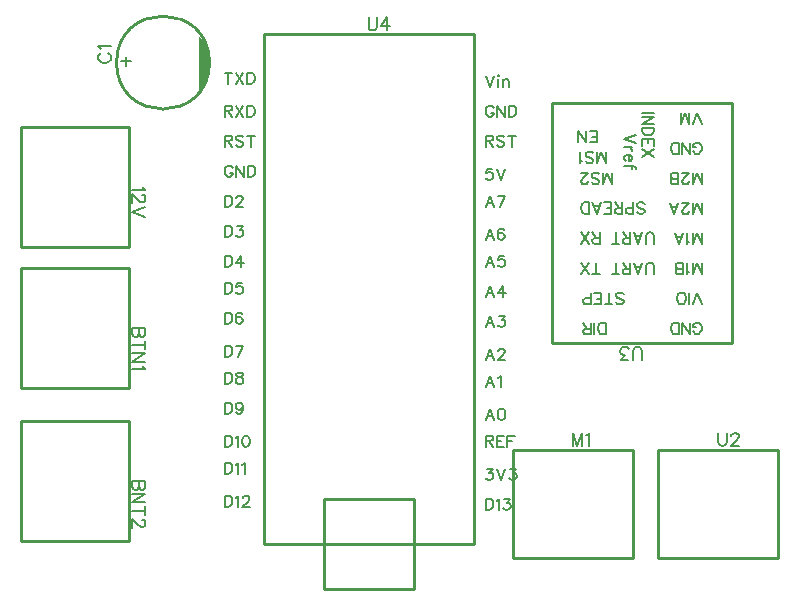
<source format=gto>
G04 Layer: TopSilkLayer*
G04 EasyEDA v6.4.17, 2021-03-20T19:28:22--4:00*
G04 7650886d5ba747c7849dacbd900289a7,4cc6b0da07df45819412c628e5a569e9,10*
G04 Gerber Generator version 0.2*
G04 Scale: 100 percent, Rotated: No, Reflected: No *
G04 Dimensions in millimeters *
G04 leading zeros omitted , absolute positions ,4 integer and 5 decimal *
%FSLAX45Y45*%
%MOMM*%

%ADD10C,0.2540*%
%ADD17C,0.1524*%
%ADD18C,0.2032*%

%LPD*%
D17*
X6134100Y3097784D02*
G01*
X6134100Y3175762D01*
X6129020Y3191255D01*
X6118606Y3201670D01*
X6102858Y3206750D01*
X6092443Y3206750D01*
X6076950Y3201670D01*
X6066536Y3191255D01*
X6061456Y3175762D01*
X6061456Y3097784D01*
X6016752Y3097784D02*
G01*
X5959602Y3097784D01*
X5990590Y3139439D01*
X5975095Y3139439D01*
X5964681Y3144520D01*
X5959602Y3149600D01*
X5954268Y3165347D01*
X5954268Y3175762D01*
X5959602Y3191255D01*
X5970015Y3201670D01*
X5985509Y3206750D01*
X6001004Y3206750D01*
X6016752Y3201670D01*
X6021831Y3196589D01*
X6027165Y3186176D01*
D18*
X6574027Y3337557D02*
G01*
X6578345Y3328413D01*
X6587490Y3319269D01*
X6596634Y3314697D01*
X6614922Y3314697D01*
X6623811Y3319269D01*
X6632956Y3328413D01*
X6637527Y3337557D01*
X6642100Y3351019D01*
X6642100Y3373879D01*
X6637527Y3387595D01*
X6632956Y3396485D01*
X6623811Y3405629D01*
X6614922Y3410201D01*
X6596634Y3410201D01*
X6587490Y3405629D01*
X6578345Y3396485D01*
X6574027Y3387595D01*
X6574027Y3373879D01*
X6596634Y3373879D02*
G01*
X6574027Y3373879D01*
X6543802Y3314697D02*
G01*
X6543802Y3410201D01*
X6543802Y3314697D02*
G01*
X6480302Y3410201D01*
X6480302Y3314697D02*
G01*
X6480302Y3410201D01*
X6450329Y3314697D02*
G01*
X6450329Y3410201D01*
X6450329Y3314697D02*
G01*
X6418579Y3314697D01*
X6404863Y3319269D01*
X6395720Y3328413D01*
X6391147Y3337557D01*
X6386575Y3351019D01*
X6386575Y3373879D01*
X6391147Y3387595D01*
X6395720Y3396485D01*
X6404863Y3405629D01*
X6418579Y3410201D01*
X6450329Y3410201D01*
X6642100Y3568700D02*
G01*
X6605777Y3664204D01*
X6569456Y3568700D02*
G01*
X6605777Y3664204D01*
X6539484Y3568700D02*
G01*
X6539484Y3664204D01*
X6482079Y3568700D02*
G01*
X6491224Y3573271D01*
X6500368Y3582415D01*
X6504940Y3591560D01*
X6509258Y3605021D01*
X6509258Y3627881D01*
X6504940Y3641597D01*
X6500368Y3650487D01*
X6491224Y3659631D01*
X6482079Y3664204D01*
X6463791Y3664204D01*
X6454902Y3659631D01*
X6445758Y3650487D01*
X6441186Y3641597D01*
X6436613Y3627881D01*
X6436613Y3605021D01*
X6441186Y3591560D01*
X6445758Y3582415D01*
X6454902Y3573271D01*
X6463791Y3568700D01*
X6482079Y3568700D01*
X6642100Y4584697D02*
G01*
X6642100Y4680201D01*
X6642100Y4584697D02*
G01*
X6605777Y4680201D01*
X6569456Y4584697D02*
G01*
X6605777Y4680201D01*
X6569456Y4584697D02*
G01*
X6569456Y4680201D01*
X6534911Y4607557D02*
G01*
X6534911Y4602985D01*
X6530340Y4593841D01*
X6525768Y4589269D01*
X6516624Y4584697D01*
X6498590Y4584697D01*
X6489445Y4589269D01*
X6484874Y4593841D01*
X6480302Y4602985D01*
X6480302Y4612129D01*
X6484874Y4621019D01*
X6494018Y4634735D01*
X6539484Y4680201D01*
X6475729Y4680201D01*
X6445758Y4584697D02*
G01*
X6445758Y4680201D01*
X6445758Y4584697D02*
G01*
X6404863Y4584697D01*
X6391147Y4589269D01*
X6386575Y4593841D01*
X6382004Y4602985D01*
X6382004Y4612129D01*
X6386575Y4621019D01*
X6391147Y4625591D01*
X6404863Y4630163D01*
X6445758Y4630163D02*
G01*
X6404863Y4630163D01*
X6391147Y4634735D01*
X6386575Y4639307D01*
X6382004Y4648451D01*
X6382004Y4661913D01*
X6386575Y4671057D01*
X6391147Y4675629D01*
X6404863Y4680201D01*
X6445758Y4680201D01*
X6642100Y4330697D02*
G01*
X6642100Y4426201D01*
X6642100Y4330697D02*
G01*
X6605777Y4426201D01*
X6569456Y4330697D02*
G01*
X6605777Y4426201D01*
X6569456Y4330697D02*
G01*
X6569456Y4426201D01*
X6534911Y4353557D02*
G01*
X6534911Y4348985D01*
X6530340Y4339841D01*
X6525768Y4335269D01*
X6516624Y4330697D01*
X6498590Y4330697D01*
X6489445Y4335269D01*
X6484874Y4339841D01*
X6480302Y4348985D01*
X6480302Y4358129D01*
X6484874Y4367019D01*
X6494018Y4380735D01*
X6539484Y4426201D01*
X6475729Y4426201D01*
X6409436Y4330697D02*
G01*
X6445758Y4426201D01*
X6409436Y4330697D02*
G01*
X6373113Y4426201D01*
X6432041Y4394451D02*
G01*
X6386575Y4394451D01*
X6642100Y4076697D02*
G01*
X6642100Y4172201D01*
X6642100Y4076697D02*
G01*
X6605777Y4172201D01*
X6569456Y4076697D02*
G01*
X6605777Y4172201D01*
X6569456Y4076697D02*
G01*
X6569456Y4172201D01*
X6539484Y4094985D02*
G01*
X6530340Y4090413D01*
X6516624Y4076697D01*
X6516624Y4172201D01*
X6450329Y4076697D02*
G01*
X6486652Y4172201D01*
X6450329Y4076697D02*
G01*
X6414008Y4172201D01*
X6472936Y4140451D02*
G01*
X6427470Y4140451D01*
X6642100Y3822697D02*
G01*
X6642100Y3918201D01*
X6642100Y3822697D02*
G01*
X6605777Y3918201D01*
X6569456Y3822697D02*
G01*
X6605777Y3918201D01*
X6569456Y3822697D02*
G01*
X6569456Y3918201D01*
X6539484Y3840985D02*
G01*
X6530340Y3836413D01*
X6516624Y3822697D01*
X6516624Y3918201D01*
X6486652Y3822697D02*
G01*
X6486652Y3918201D01*
X6486652Y3822697D02*
G01*
X6445758Y3822697D01*
X6432041Y3827269D01*
X6427470Y3831841D01*
X6422897Y3840985D01*
X6422897Y3850129D01*
X6427470Y3859019D01*
X6432041Y3863591D01*
X6445758Y3868163D01*
X6486652Y3868163D02*
G01*
X6445758Y3868163D01*
X6432041Y3872735D01*
X6427470Y3877307D01*
X6422897Y3886451D01*
X6422897Y3899913D01*
X6427470Y3909057D01*
X6432041Y3913629D01*
X6445758Y3918201D01*
X6486652Y3918201D01*
X6574027Y4861560D02*
G01*
X6578345Y4852415D01*
X6587490Y4843271D01*
X6596634Y4838700D01*
X6614922Y4838700D01*
X6623811Y4843271D01*
X6632956Y4852415D01*
X6637527Y4861560D01*
X6642100Y4875021D01*
X6642100Y4897881D01*
X6637527Y4911597D01*
X6632956Y4920487D01*
X6623811Y4929631D01*
X6614922Y4934204D01*
X6596634Y4934204D01*
X6587490Y4929631D01*
X6578345Y4920487D01*
X6574027Y4911597D01*
X6574027Y4897881D01*
X6596634Y4897881D02*
G01*
X6574027Y4897881D01*
X6543802Y4838700D02*
G01*
X6543802Y4934204D01*
X6543802Y4838700D02*
G01*
X6480302Y4934204D01*
X6480302Y4838700D02*
G01*
X6480302Y4934204D01*
X6450329Y4838700D02*
G01*
X6450329Y4934204D01*
X6450329Y4838700D02*
G01*
X6418579Y4838700D01*
X6404863Y4843271D01*
X6395720Y4852415D01*
X6391147Y4861560D01*
X6386575Y4875021D01*
X6386575Y4897881D01*
X6391147Y4911597D01*
X6395720Y4920487D01*
X6404863Y4929631D01*
X6418579Y4934204D01*
X6450329Y4934204D01*
X6642100Y5092697D02*
G01*
X6605777Y5188201D01*
X6569456Y5092697D02*
G01*
X6605777Y5188201D01*
X6539484Y5092697D02*
G01*
X6539484Y5188201D01*
X6539484Y5092697D02*
G01*
X6502908Y5188201D01*
X6466586Y5092697D02*
G01*
X6502908Y5188201D01*
X6466586Y5092697D02*
G01*
X6466586Y5188201D01*
X5753100Y4940297D02*
G01*
X5753100Y5035801D01*
X5753100Y4940297D02*
G01*
X5693918Y4940297D01*
X5753100Y4985763D02*
G01*
X5716777Y4985763D01*
X5753100Y5035801D02*
G01*
X5693918Y5035801D01*
X5663945Y4940297D02*
G01*
X5663945Y5035801D01*
X5663945Y4940297D02*
G01*
X5600445Y5035801D01*
X5600445Y4940297D02*
G01*
X5600445Y5035801D01*
X5829300Y4762500D02*
G01*
X5829300Y4858004D01*
X5829300Y4762500D02*
G01*
X5792977Y4858004D01*
X5756656Y4762500D02*
G01*
X5792977Y4858004D01*
X5756656Y4762500D02*
G01*
X5756656Y4858004D01*
X5662929Y4776215D02*
G01*
X5672074Y4767071D01*
X5685790Y4762500D01*
X5703824Y4762500D01*
X5717540Y4767071D01*
X5726684Y4776215D01*
X5726684Y4785360D01*
X5722111Y4794504D01*
X5717540Y4798821D01*
X5708395Y4803394D01*
X5681218Y4812537D01*
X5672074Y4817110D01*
X5667502Y4821681D01*
X5662929Y4830826D01*
X5662929Y4844287D01*
X5672074Y4853431D01*
X5685790Y4858004D01*
X5703824Y4858004D01*
X5717540Y4853431D01*
X5726684Y4844287D01*
X5632958Y4780787D02*
G01*
X5623813Y4776215D01*
X5610097Y4762500D01*
X5610097Y4858004D01*
X5880100Y4584700D02*
G01*
X5880100Y4680204D01*
X5880100Y4584700D02*
G01*
X5843777Y4680204D01*
X5807456Y4584700D02*
G01*
X5843777Y4680204D01*
X5807456Y4584700D02*
G01*
X5807456Y4680204D01*
X5713729Y4598415D02*
G01*
X5722874Y4589271D01*
X5736590Y4584700D01*
X5754624Y4584700D01*
X5768340Y4589271D01*
X5777484Y4598415D01*
X5777484Y4607560D01*
X5772911Y4616704D01*
X5768340Y4621021D01*
X5759195Y4625594D01*
X5732018Y4634737D01*
X5722874Y4639310D01*
X5718302Y4643881D01*
X5713729Y4653026D01*
X5713729Y4666487D01*
X5722874Y4675631D01*
X5736590Y4680204D01*
X5754624Y4680204D01*
X5768340Y4675631D01*
X5777484Y4666487D01*
X5679186Y4607560D02*
G01*
X5679186Y4602987D01*
X5674613Y4593844D01*
X5670041Y4589271D01*
X5660897Y4584700D01*
X5642863Y4584700D01*
X5633720Y4589271D01*
X5629147Y4593844D01*
X5624575Y4602987D01*
X5624575Y4612131D01*
X5629147Y4621021D01*
X5638291Y4634737D01*
X5683758Y4680204D01*
X5620004Y4680204D01*
X6235700Y3822702D02*
G01*
X6235700Y3891028D01*
X6231127Y3904490D01*
X6221984Y3913634D01*
X6208522Y3918206D01*
X6199377Y3918206D01*
X6185661Y3913634D01*
X6176518Y3904490D01*
X6171945Y3891028D01*
X6171945Y3822702D01*
X6105652Y3822702D02*
G01*
X6141974Y3918206D01*
X6105652Y3822702D02*
G01*
X6069329Y3918206D01*
X6128511Y3886456D02*
G01*
X6083045Y3886456D01*
X6039358Y3822702D02*
G01*
X6039358Y3918206D01*
X6039358Y3822702D02*
G01*
X5998463Y3822702D01*
X5984747Y3827274D01*
X5980175Y3831846D01*
X5975604Y3840990D01*
X5975604Y3850134D01*
X5980175Y3859024D01*
X5984747Y3863596D01*
X5998463Y3868168D01*
X6039358Y3868168D01*
X6007608Y3868168D02*
G01*
X5975604Y3918206D01*
X5913881Y3822702D02*
G01*
X5913881Y3918206D01*
X5945631Y3822702D02*
G01*
X5882131Y3822702D01*
X5750306Y3822702D02*
G01*
X5750306Y3918206D01*
X5782056Y3822702D02*
G01*
X5718302Y3822702D01*
X5688329Y3822702D02*
G01*
X5624829Y3918206D01*
X5624829Y3822702D02*
G01*
X5688329Y3918206D01*
X6095745Y4348226D02*
G01*
X6104890Y4339081D01*
X6118606Y4334510D01*
X6136893Y4334510D01*
X6150356Y4339081D01*
X6159500Y4348226D01*
X6159500Y4357370D01*
X6154927Y4366513D01*
X6150356Y4370831D01*
X6141211Y4375404D01*
X6114034Y4384547D01*
X6104890Y4389120D01*
X6100318Y4393692D01*
X6095745Y4402836D01*
X6095745Y4416297D01*
X6104890Y4425442D01*
X6118606Y4430013D01*
X6136893Y4430013D01*
X6150356Y4425442D01*
X6159500Y4416297D01*
X6065774Y4334510D02*
G01*
X6065774Y4430013D01*
X6065774Y4334510D02*
G01*
X6024879Y4334510D01*
X6011418Y4339081D01*
X6006845Y4343654D01*
X6002274Y4352797D01*
X6002274Y4366513D01*
X6006845Y4375404D01*
X6011418Y4379976D01*
X6024879Y4384547D01*
X6065774Y4384547D01*
X5972302Y4334510D02*
G01*
X5972302Y4430013D01*
X5972302Y4334510D02*
G01*
X5931408Y4334510D01*
X5917691Y4339081D01*
X5913120Y4343654D01*
X5908547Y4352797D01*
X5908547Y4361942D01*
X5913120Y4370831D01*
X5917691Y4375404D01*
X5931408Y4379976D01*
X5972302Y4379976D01*
X5940297Y4379976D02*
G01*
X5908547Y4430013D01*
X5878575Y4334510D02*
G01*
X5878575Y4430013D01*
X5878575Y4334510D02*
G01*
X5819393Y4334510D01*
X5878575Y4379976D02*
G01*
X5842254Y4379976D01*
X5878575Y4430013D02*
G01*
X5819393Y4430013D01*
X5753100Y4334510D02*
G01*
X5789422Y4430013D01*
X5753100Y4334510D02*
G01*
X5716777Y4430013D01*
X5775959Y4398263D02*
G01*
X5730493Y4398263D01*
X5686806Y4334510D02*
G01*
X5686806Y4430013D01*
X5686806Y4334510D02*
G01*
X5655056Y4334510D01*
X5641340Y4339081D01*
X5632195Y4348226D01*
X5627624Y4357370D01*
X5623052Y4370831D01*
X5623052Y4393692D01*
X5627624Y4407407D01*
X5632195Y4416297D01*
X5641340Y4425442D01*
X5655056Y4430013D01*
X5686806Y4430013D01*
X5917945Y3582413D02*
G01*
X5927090Y3573269D01*
X5940806Y3568697D01*
X5959093Y3568697D01*
X5972556Y3573269D01*
X5981700Y3582413D01*
X5981700Y3591557D01*
X5977127Y3600701D01*
X5972556Y3605019D01*
X5963411Y3609591D01*
X5936234Y3618735D01*
X5927090Y3623307D01*
X5922518Y3627879D01*
X5917945Y3637023D01*
X5917945Y3650485D01*
X5927090Y3659629D01*
X5940806Y3664201D01*
X5959093Y3664201D01*
X5972556Y3659629D01*
X5981700Y3650485D01*
X5856224Y3568697D02*
G01*
X5856224Y3664201D01*
X5887974Y3568697D02*
G01*
X5824474Y3568697D01*
X5794502Y3568697D02*
G01*
X5794502Y3664201D01*
X5794502Y3568697D02*
G01*
X5735320Y3568697D01*
X5794502Y3614163D02*
G01*
X5758179Y3614163D01*
X5794502Y3664201D02*
G01*
X5735320Y3664201D01*
X5705347Y3568697D02*
G01*
X5705347Y3664201D01*
X5705347Y3568697D02*
G01*
X5664454Y3568697D01*
X5650738Y3573269D01*
X5646165Y3577841D01*
X5641593Y3586985D01*
X5641593Y3600701D01*
X5646165Y3609591D01*
X5650738Y3614163D01*
X5664454Y3618735D01*
X5705347Y3618735D01*
X5829300Y3314697D02*
G01*
X5829300Y3410201D01*
X5829300Y3314697D02*
G01*
X5797550Y3314697D01*
X5783834Y3319269D01*
X5774690Y3328413D01*
X5770118Y3337557D01*
X5765545Y3351019D01*
X5765545Y3373879D01*
X5770118Y3387595D01*
X5774690Y3396485D01*
X5783834Y3405629D01*
X5797550Y3410201D01*
X5829300Y3410201D01*
X5735574Y3314697D02*
G01*
X5735574Y3410201D01*
X5705602Y3314697D02*
G01*
X5705602Y3410201D01*
X5705602Y3314697D02*
G01*
X5664708Y3314697D01*
X5650991Y3319269D01*
X5646674Y3323841D01*
X5642102Y3332985D01*
X5642102Y3342129D01*
X5646674Y3351019D01*
X5650991Y3355591D01*
X5664708Y3360163D01*
X5705602Y3360163D01*
X5673852Y3360163D02*
G01*
X5642102Y3410201D01*
X6083302Y5001765D02*
G01*
X5987798Y4965443D01*
X6083302Y4929121D02*
G01*
X5987798Y4965443D01*
X6051298Y4899149D02*
G01*
X5987798Y4899149D01*
X6024120Y4899149D02*
G01*
X6037836Y4894577D01*
X6046980Y4885433D01*
X6051298Y4876289D01*
X6051298Y4862573D01*
X6024120Y4832601D02*
G01*
X6024120Y4778245D01*
X6033264Y4778245D01*
X6042408Y4782563D01*
X6046980Y4787135D01*
X6051298Y4796279D01*
X6051298Y4809995D01*
X6046980Y4819139D01*
X6037836Y4828029D01*
X6024120Y4832601D01*
X6014976Y4832601D01*
X6001514Y4828029D01*
X5992370Y4819139D01*
X5987798Y4809995D01*
X5987798Y4796279D01*
X5992370Y4787135D01*
X6001514Y4778245D01*
X6083302Y4711697D02*
G01*
X6083302Y4720841D01*
X6078730Y4729985D01*
X6065014Y4734557D01*
X5987798Y4734557D01*
X6051298Y4748019D02*
G01*
X6051298Y4716269D01*
X6235700Y5185918D02*
G01*
X6140195Y5185918D01*
X6235700Y5155945D02*
G01*
X6140195Y5155945D01*
X6235700Y5155945D02*
G01*
X6140195Y5092192D01*
X6235700Y5092192D02*
G01*
X6140195Y5092192D01*
X6235700Y5062220D02*
G01*
X6140195Y5062220D01*
X6235700Y5062220D02*
G01*
X6235700Y5030470D01*
X6231127Y5016754D01*
X6221984Y5007610D01*
X6212840Y5003292D01*
X6199377Y4998720D01*
X6176518Y4998720D01*
X6162802Y5003292D01*
X6153911Y5007610D01*
X6144768Y5016754D01*
X6140195Y5030470D01*
X6140195Y5062220D01*
X6235700Y4968747D02*
G01*
X6140195Y4968747D01*
X6235700Y4968747D02*
G01*
X6235700Y4909565D01*
X6190234Y4968747D02*
G01*
X6190234Y4932171D01*
X6140195Y4968747D02*
G01*
X6140195Y4909565D01*
X6235700Y4879594D02*
G01*
X6140195Y4815839D01*
X6235700Y4815839D02*
G01*
X6140195Y4879594D01*
X6235700Y4080510D02*
G01*
X6235700Y4148836D01*
X6231127Y4162297D01*
X6221984Y4171442D01*
X6208522Y4176013D01*
X6199377Y4176013D01*
X6185661Y4171442D01*
X6176518Y4162297D01*
X6171945Y4148836D01*
X6171945Y4080510D01*
X6105652Y4080510D02*
G01*
X6141974Y4176013D01*
X6105652Y4080510D02*
G01*
X6069329Y4176013D01*
X6128511Y4144263D02*
G01*
X6083045Y4144263D01*
X6039358Y4080510D02*
G01*
X6039358Y4176013D01*
X6039358Y4080510D02*
G01*
X5998463Y4080510D01*
X5984747Y4085081D01*
X5980175Y4089654D01*
X5975604Y4098797D01*
X5975604Y4107942D01*
X5980175Y4116831D01*
X5984747Y4121404D01*
X5998463Y4125976D01*
X6039358Y4125976D01*
X6007608Y4125976D02*
G01*
X5975604Y4176013D01*
X5913881Y4080510D02*
G01*
X5913881Y4176013D01*
X5945631Y4080510D02*
G01*
X5882131Y4080510D01*
X5782056Y4080510D02*
G01*
X5782056Y4176013D01*
X5782056Y4080510D02*
G01*
X5741161Y4080510D01*
X5727445Y4085081D01*
X5722874Y4089654D01*
X5718302Y4098797D01*
X5718302Y4107942D01*
X5722874Y4116831D01*
X5727445Y4121404D01*
X5741161Y4125976D01*
X5782056Y4125976D01*
X5750306Y4125976D02*
G01*
X5718302Y4176013D01*
X5688329Y4080510D02*
G01*
X5624829Y4176013D01*
X5624829Y4080510D02*
G01*
X5688329Y4176013D01*
D17*
X1561592Y5691378D02*
G01*
X1551178Y5686044D01*
X1540763Y5675629D01*
X1535684Y5665470D01*
X1535684Y5644642D01*
X1540763Y5634228D01*
X1551178Y5623813D01*
X1561592Y5618479D01*
X1577339Y5613400D01*
X1603247Y5613400D01*
X1618742Y5618479D01*
X1629155Y5623813D01*
X1639570Y5634228D01*
X1644650Y5644642D01*
X1644650Y5665470D01*
X1639570Y5675629D01*
X1629155Y5686044D01*
X1618742Y5691378D01*
X1556512Y5725668D02*
G01*
X1551178Y5736081D01*
X1535684Y5751576D01*
X1644650Y5751576D01*
D18*
X1768094Y5664215D02*
G01*
X1768094Y5582427D01*
X1727200Y5623321D02*
G01*
X1808987Y5623321D01*
D17*
X1910587Y4559300D02*
G01*
X1915921Y4548886D01*
X1931415Y4533392D01*
X1822450Y4533392D01*
X1905507Y4493768D02*
G01*
X1910587Y4493768D01*
X1921002Y4488687D01*
X1926336Y4483354D01*
X1931415Y4472939D01*
X1931415Y4452365D01*
X1926336Y4441952D01*
X1921002Y4436618D01*
X1910587Y4431537D01*
X1900173Y4431537D01*
X1889760Y4436618D01*
X1874265Y4447031D01*
X1822450Y4499102D01*
X1822450Y4426204D01*
X1931415Y4391913D02*
G01*
X1822450Y4350512D01*
X1931415Y4308855D02*
G01*
X1822450Y4350512D01*
X1931415Y2070100D02*
G01*
X1822450Y2070100D01*
X1931415Y2070100D02*
G01*
X1931415Y2023363D01*
X1926336Y2007870D01*
X1921002Y2002536D01*
X1910587Y1997455D01*
X1900173Y1997455D01*
X1889760Y2002536D01*
X1884679Y2007870D01*
X1879600Y2023363D01*
X1879600Y2070100D02*
G01*
X1879600Y2023363D01*
X1874265Y2007870D01*
X1869186Y2002536D01*
X1858771Y1997455D01*
X1843023Y1997455D01*
X1832610Y2002536D01*
X1827529Y2007870D01*
X1822450Y2023363D01*
X1822450Y2070100D01*
X1931415Y1963165D02*
G01*
X1822450Y1963165D01*
X1931415Y1963165D02*
G01*
X1822450Y1890268D01*
X1931415Y1890268D02*
G01*
X1822450Y1890268D01*
X1931415Y1819655D02*
G01*
X1822450Y1819655D01*
X1931415Y1855978D02*
G01*
X1931415Y1783334D01*
X1905507Y1743710D02*
G01*
X1910587Y1743710D01*
X1921002Y1738629D01*
X1926336Y1733550D01*
X1931415Y1723136D01*
X1931415Y1702307D01*
X1926336Y1691894D01*
X1921002Y1686560D01*
X1910587Y1681479D01*
X1900173Y1681479D01*
X1889760Y1686560D01*
X1874265Y1696973D01*
X1822450Y1749044D01*
X1822450Y1676400D01*
X1931415Y3365500D02*
G01*
X1822450Y3365500D01*
X1931415Y3365500D02*
G01*
X1931415Y3318763D01*
X1926336Y3303270D01*
X1921002Y3297936D01*
X1910587Y3292855D01*
X1900173Y3292855D01*
X1889760Y3297936D01*
X1884679Y3303270D01*
X1879600Y3318763D01*
X1879600Y3365500D02*
G01*
X1879600Y3318763D01*
X1874265Y3303270D01*
X1869186Y3297936D01*
X1858771Y3292855D01*
X1843023Y3292855D01*
X1832610Y3297936D01*
X1827529Y3303270D01*
X1822450Y3318763D01*
X1822450Y3365500D01*
X1931415Y3221989D02*
G01*
X1822450Y3221989D01*
X1931415Y3258565D02*
G01*
X1931415Y3185668D01*
X1931415Y3151378D02*
G01*
X1822450Y3151378D01*
X1931415Y3151378D02*
G01*
X1822450Y3078734D01*
X1931415Y3078734D02*
G01*
X1822450Y3078734D01*
X1910587Y3044444D02*
G01*
X1915921Y3034029D01*
X1931415Y3018536D01*
X1822450Y3018536D01*
X5549900Y2477515D02*
G01*
X5549900Y2368550D01*
X5549900Y2477515D02*
G01*
X5591556Y2368550D01*
X5632958Y2477515D02*
G01*
X5591556Y2368550D01*
X5632958Y2477515D02*
G01*
X5632958Y2368550D01*
X5667247Y2456687D02*
G01*
X5677661Y2462021D01*
X5693409Y2477515D01*
X5693409Y2368550D01*
X3822700Y5995415D02*
G01*
X3822700Y5917437D01*
X3827779Y5901944D01*
X3838193Y5891529D01*
X3853941Y5886450D01*
X3864356Y5886450D01*
X3879850Y5891529D01*
X3890263Y5901944D01*
X3895343Y5917437D01*
X3895343Y5995415D01*
X3981704Y5995415D02*
G01*
X3929634Y5922771D01*
X4007611Y5922771D01*
X3981704Y5995415D02*
G01*
X3981704Y5886450D01*
D18*
X2635758Y5529071D02*
G01*
X2635758Y5432044D01*
X2603500Y5529071D02*
G01*
X2668270Y5529071D01*
X2698750Y5529071D02*
G01*
X2763265Y5432044D01*
X2763265Y5529071D02*
G01*
X2698750Y5432044D01*
X2793745Y5529071D02*
G01*
X2793745Y5432044D01*
X2793745Y5529071D02*
G01*
X2826004Y5529071D01*
X2839974Y5524500D01*
X2849118Y5515355D01*
X2853690Y5505957D01*
X2858515Y5492242D01*
X2858515Y5469128D01*
X2853690Y5455157D01*
X2849118Y5446013D01*
X2839974Y5436870D01*
X2826004Y5432044D01*
X2793745Y5432044D01*
X4882641Y5226557D02*
G01*
X4878070Y5235955D01*
X4868672Y5245100D01*
X4859527Y5249671D01*
X4840986Y5249671D01*
X4831841Y5245100D01*
X4822443Y5235955D01*
X4817872Y5226557D01*
X4813300Y5212842D01*
X4813300Y5189728D01*
X4817872Y5175757D01*
X4822443Y5166613D01*
X4831841Y5157470D01*
X4840986Y5152644D01*
X4859527Y5152644D01*
X4868672Y5157470D01*
X4878070Y5166613D01*
X4882641Y5175757D01*
X4882641Y5189728D01*
X4859527Y5189728D02*
G01*
X4882641Y5189728D01*
X4913122Y5249671D02*
G01*
X4913122Y5152644D01*
X4913122Y5249671D02*
G01*
X4977638Y5152644D01*
X4977638Y5249671D02*
G01*
X4977638Y5152644D01*
X5008118Y5249671D02*
G01*
X5008118Y5152644D01*
X5008118Y5249671D02*
G01*
X5040629Y5249671D01*
X5054345Y5245100D01*
X5063490Y5235955D01*
X5068315Y5226557D01*
X5072888Y5212842D01*
X5072888Y5189728D01*
X5068315Y5175757D01*
X5063490Y5166613D01*
X5054345Y5157470D01*
X5040629Y5152644D01*
X5008118Y5152644D01*
X4868672Y4716271D02*
G01*
X4822443Y4716271D01*
X4817872Y4674870D01*
X4822443Y4679442D01*
X4836413Y4684013D01*
X4850129Y4684013D01*
X4864100Y4679442D01*
X4873243Y4670044D01*
X4878070Y4656328D01*
X4878070Y4646929D01*
X4873243Y4633213D01*
X4864100Y4624070D01*
X4850129Y4619244D01*
X4836413Y4619244D01*
X4822443Y4624070D01*
X4817872Y4628642D01*
X4813300Y4637786D01*
X4908550Y4716271D02*
G01*
X4945379Y4619244D01*
X4982209Y4716271D02*
G01*
X4945379Y4619244D01*
X2603500Y1947671D02*
G01*
X2603500Y1850644D01*
X2603500Y1947671D02*
G01*
X2635758Y1947671D01*
X2649727Y1943100D01*
X2658872Y1933955D01*
X2663443Y1924557D01*
X2668270Y1910842D01*
X2668270Y1887728D01*
X2663443Y1873757D01*
X2658872Y1864613D01*
X2649727Y1855470D01*
X2635758Y1850644D01*
X2603500Y1850644D01*
X2698750Y1929129D02*
G01*
X2707893Y1933955D01*
X2721609Y1947671D01*
X2721609Y1850644D01*
X2756915Y1924557D02*
G01*
X2756915Y1929129D01*
X2761488Y1938528D01*
X2766059Y1943100D01*
X2775204Y1947671D01*
X2793745Y1947671D01*
X2802890Y1943100D01*
X2807715Y1938528D01*
X2812288Y1929129D01*
X2812288Y1919986D01*
X2807715Y1910842D01*
X2798318Y1896871D01*
X2752090Y1850644D01*
X2816859Y1850644D01*
X4813300Y5503671D02*
G01*
X4850129Y5406644D01*
X4887213Y5503671D02*
G01*
X4850129Y5406644D01*
X4917693Y5503671D02*
G01*
X4922265Y5499100D01*
X4926838Y5503671D01*
X4922265Y5508244D01*
X4917693Y5503671D01*
X4922265Y5471413D02*
G01*
X4922265Y5406644D01*
X4957318Y5471413D02*
G01*
X4957318Y5406644D01*
X4957318Y5452871D02*
G01*
X4971288Y5466842D01*
X4980431Y5471413D01*
X4994402Y5471413D01*
X5003545Y5466842D01*
X5008118Y5452871D01*
X5008118Y5406644D01*
X4813300Y1922271D02*
G01*
X4813300Y1825244D01*
X4813300Y1922271D02*
G01*
X4845558Y1922271D01*
X4859527Y1917700D01*
X4868672Y1908555D01*
X4873243Y1899157D01*
X4878070Y1885442D01*
X4878070Y1862328D01*
X4873243Y1848357D01*
X4868672Y1839213D01*
X4859527Y1830070D01*
X4845558Y1825244D01*
X4813300Y1825244D01*
X4908550Y1903729D02*
G01*
X4917693Y1908555D01*
X4931409Y1922271D01*
X4931409Y1825244D01*
X4971288Y1922271D02*
G01*
X5022088Y1922271D01*
X4994402Y1885442D01*
X5008118Y1885442D01*
X5017515Y1880870D01*
X5022088Y1876044D01*
X5026659Y1862328D01*
X5026659Y1852929D01*
X5022088Y1839213D01*
X5012690Y1830070D01*
X4998974Y1825244D01*
X4985004Y1825244D01*
X4971288Y1830070D01*
X4966715Y1834642D01*
X4961890Y1843786D01*
X2672841Y4718557D02*
G01*
X2668270Y4727955D01*
X2658872Y4737100D01*
X2649727Y4741671D01*
X2631186Y4741671D01*
X2622041Y4737100D01*
X2612643Y4727955D01*
X2608072Y4718557D01*
X2603500Y4704842D01*
X2603500Y4681728D01*
X2608072Y4667757D01*
X2612643Y4658613D01*
X2622041Y4649470D01*
X2631186Y4644644D01*
X2649727Y4644644D01*
X2658872Y4649470D01*
X2668270Y4658613D01*
X2672841Y4667757D01*
X2672841Y4681728D01*
X2649727Y4681728D02*
G01*
X2672841Y4681728D01*
X2703322Y4741671D02*
G01*
X2703322Y4644644D01*
X2703322Y4741671D02*
G01*
X2767838Y4644644D01*
X2767838Y4741671D02*
G01*
X2767838Y4644644D01*
X2798318Y4741671D02*
G01*
X2798318Y4644644D01*
X2798318Y4741671D02*
G01*
X2830829Y4741671D01*
X2844545Y4737100D01*
X2853690Y4727955D01*
X2858515Y4718557D01*
X2863088Y4704842D01*
X2863088Y4681728D01*
X2858515Y4667757D01*
X2853690Y4658613D01*
X2844545Y4649470D01*
X2830829Y4644644D01*
X2798318Y4644644D01*
X2603500Y5249671D02*
G01*
X2603500Y5152644D01*
X2603500Y5249671D02*
G01*
X2645156Y5249671D01*
X2658872Y5245100D01*
X2663443Y5240528D01*
X2668270Y5231129D01*
X2668270Y5221986D01*
X2663443Y5212842D01*
X2658872Y5208270D01*
X2645156Y5203444D01*
X2603500Y5203444D01*
X2635758Y5203444D02*
G01*
X2668270Y5152644D01*
X2698750Y5249671D02*
G01*
X2763265Y5152644D01*
X2763265Y5249671D02*
G01*
X2698750Y5152644D01*
X2793745Y5249671D02*
G01*
X2793745Y5152644D01*
X2793745Y5249671D02*
G01*
X2826004Y5249671D01*
X2839974Y5245100D01*
X2849118Y5235955D01*
X2853690Y5226557D01*
X2858515Y5212842D01*
X2858515Y5189728D01*
X2853690Y5175757D01*
X2849118Y5166613D01*
X2839974Y5157470D01*
X2826004Y5152644D01*
X2793745Y5152644D01*
X2603500Y4995671D02*
G01*
X2603500Y4898644D01*
X2603500Y4995671D02*
G01*
X2645156Y4995671D01*
X2658872Y4991100D01*
X2663443Y4986528D01*
X2668270Y4977129D01*
X2668270Y4967986D01*
X2663443Y4958842D01*
X2658872Y4954270D01*
X2645156Y4949444D01*
X2603500Y4949444D01*
X2635758Y4949444D02*
G01*
X2668270Y4898644D01*
X2763265Y4981955D02*
G01*
X2754122Y4991100D01*
X2740152Y4995671D01*
X2721609Y4995671D01*
X2707893Y4991100D01*
X2698750Y4981955D01*
X2698750Y4972557D01*
X2703322Y4963413D01*
X2707893Y4958842D01*
X2717038Y4954270D01*
X2744724Y4944871D01*
X2754122Y4940300D01*
X2758693Y4935728D01*
X2763265Y4926329D01*
X2763265Y4912613D01*
X2754122Y4903470D01*
X2740152Y4898644D01*
X2721609Y4898644D01*
X2707893Y4903470D01*
X2698750Y4912613D01*
X2826004Y4995671D02*
G01*
X2826004Y4898644D01*
X2793745Y4995671D02*
G01*
X2858515Y4995671D01*
X2603500Y4487671D02*
G01*
X2603500Y4390644D01*
X2603500Y4487671D02*
G01*
X2635758Y4487671D01*
X2649727Y4483100D01*
X2658872Y4473955D01*
X2663443Y4464557D01*
X2668270Y4450842D01*
X2668270Y4427728D01*
X2663443Y4413757D01*
X2658872Y4404613D01*
X2649727Y4395470D01*
X2635758Y4390644D01*
X2603500Y4390644D01*
X2703322Y4464557D02*
G01*
X2703322Y4469129D01*
X2707893Y4478528D01*
X2712465Y4483100D01*
X2721609Y4487671D01*
X2740152Y4487671D01*
X2749550Y4483100D01*
X2754122Y4478528D01*
X2758693Y4469129D01*
X2758693Y4459986D01*
X2754122Y4450842D01*
X2744724Y4436871D01*
X2698750Y4390644D01*
X2763265Y4390644D01*
X2603500Y4233671D02*
G01*
X2603500Y4136644D01*
X2603500Y4233671D02*
G01*
X2635758Y4233671D01*
X2649727Y4229100D01*
X2658872Y4219955D01*
X2663443Y4210557D01*
X2668270Y4196842D01*
X2668270Y4173728D01*
X2663443Y4159757D01*
X2658872Y4150613D01*
X2649727Y4141470D01*
X2635758Y4136644D01*
X2603500Y4136644D01*
X2707893Y4233671D02*
G01*
X2758693Y4233671D01*
X2731008Y4196842D01*
X2744724Y4196842D01*
X2754122Y4192270D01*
X2758693Y4187444D01*
X2763265Y4173728D01*
X2763265Y4164329D01*
X2758693Y4150613D01*
X2749550Y4141470D01*
X2735579Y4136644D01*
X2721609Y4136644D01*
X2707893Y4141470D01*
X2703322Y4146042D01*
X2698750Y4155186D01*
X2603500Y3979671D02*
G01*
X2603500Y3882644D01*
X2603500Y3979671D02*
G01*
X2635758Y3979671D01*
X2649727Y3975100D01*
X2658872Y3965955D01*
X2663443Y3956557D01*
X2668270Y3942842D01*
X2668270Y3919728D01*
X2663443Y3905757D01*
X2658872Y3896613D01*
X2649727Y3887470D01*
X2635758Y3882644D01*
X2603500Y3882644D01*
X2744724Y3979671D02*
G01*
X2698750Y3915155D01*
X2767838Y3915155D01*
X2744724Y3979671D02*
G01*
X2744724Y3882644D01*
X2603500Y3751071D02*
G01*
X2603500Y3654044D01*
X2603500Y3751071D02*
G01*
X2635758Y3751071D01*
X2649727Y3746500D01*
X2658872Y3737355D01*
X2663443Y3727957D01*
X2668270Y3714242D01*
X2668270Y3691128D01*
X2663443Y3677157D01*
X2658872Y3668013D01*
X2649727Y3658870D01*
X2635758Y3654044D01*
X2603500Y3654044D01*
X2754122Y3751071D02*
G01*
X2707893Y3751071D01*
X2703322Y3709670D01*
X2707893Y3714242D01*
X2721609Y3718813D01*
X2735579Y3718813D01*
X2749550Y3714242D01*
X2758693Y3704844D01*
X2763265Y3691128D01*
X2763265Y3681729D01*
X2758693Y3668013D01*
X2749550Y3658870D01*
X2735579Y3654044D01*
X2721609Y3654044D01*
X2707893Y3658870D01*
X2703322Y3663442D01*
X2698750Y3672586D01*
X2603500Y3497071D02*
G01*
X2603500Y3400044D01*
X2603500Y3497071D02*
G01*
X2635758Y3497071D01*
X2649727Y3492500D01*
X2658872Y3483355D01*
X2663443Y3473957D01*
X2668270Y3460242D01*
X2668270Y3437128D01*
X2663443Y3423157D01*
X2658872Y3414013D01*
X2649727Y3404870D01*
X2635758Y3400044D01*
X2603500Y3400044D01*
X2754122Y3483355D02*
G01*
X2749550Y3492500D01*
X2735579Y3497071D01*
X2726436Y3497071D01*
X2712465Y3492500D01*
X2703322Y3478529D01*
X2698750Y3455670D01*
X2698750Y3432555D01*
X2703322Y3414013D01*
X2712465Y3404870D01*
X2726436Y3400044D01*
X2731008Y3400044D01*
X2744724Y3404870D01*
X2754122Y3414013D01*
X2758693Y3427729D01*
X2758693Y3432555D01*
X2754122Y3446271D01*
X2744724Y3455670D01*
X2731008Y3460242D01*
X2726436Y3460242D01*
X2712465Y3455670D01*
X2703322Y3446271D01*
X2698750Y3432555D01*
X2603500Y3217671D02*
G01*
X2603500Y3120644D01*
X2603500Y3217671D02*
G01*
X2635758Y3217671D01*
X2649727Y3213100D01*
X2658872Y3203955D01*
X2663443Y3194557D01*
X2668270Y3180842D01*
X2668270Y3157728D01*
X2663443Y3143757D01*
X2658872Y3134613D01*
X2649727Y3125470D01*
X2635758Y3120644D01*
X2603500Y3120644D01*
X2763265Y3217671D02*
G01*
X2717038Y3120644D01*
X2698750Y3217671D02*
G01*
X2763265Y3217671D01*
X2603500Y2989071D02*
G01*
X2603500Y2892044D01*
X2603500Y2989071D02*
G01*
X2635758Y2989071D01*
X2649727Y2984500D01*
X2658872Y2975355D01*
X2663443Y2965957D01*
X2668270Y2952242D01*
X2668270Y2929128D01*
X2663443Y2915157D01*
X2658872Y2906013D01*
X2649727Y2896870D01*
X2635758Y2892044D01*
X2603500Y2892044D01*
X2721609Y2989071D02*
G01*
X2707893Y2984500D01*
X2703322Y2975355D01*
X2703322Y2965957D01*
X2707893Y2956813D01*
X2717038Y2952242D01*
X2735579Y2947670D01*
X2749550Y2942844D01*
X2758693Y2933700D01*
X2763265Y2924555D01*
X2763265Y2910586D01*
X2758693Y2901442D01*
X2754122Y2896870D01*
X2740152Y2892044D01*
X2721609Y2892044D01*
X2707893Y2896870D01*
X2703322Y2901442D01*
X2698750Y2910586D01*
X2698750Y2924555D01*
X2703322Y2933700D01*
X2712465Y2942844D01*
X2726436Y2947670D01*
X2744724Y2952242D01*
X2754122Y2956813D01*
X2758693Y2965957D01*
X2758693Y2975355D01*
X2754122Y2984500D01*
X2740152Y2989071D01*
X2721609Y2989071D01*
X2603500Y2735071D02*
G01*
X2603500Y2638044D01*
X2603500Y2735071D02*
G01*
X2635758Y2735071D01*
X2649727Y2730500D01*
X2658872Y2721355D01*
X2663443Y2711957D01*
X2668270Y2698242D01*
X2668270Y2675128D01*
X2663443Y2661157D01*
X2658872Y2652013D01*
X2649727Y2642870D01*
X2635758Y2638044D01*
X2603500Y2638044D01*
X2758693Y2702813D02*
G01*
X2754122Y2688844D01*
X2744724Y2679700D01*
X2731008Y2675128D01*
X2726436Y2675128D01*
X2712465Y2679700D01*
X2703322Y2688844D01*
X2698750Y2702813D01*
X2698750Y2707386D01*
X2703322Y2721355D01*
X2712465Y2730500D01*
X2726436Y2735071D01*
X2731008Y2735071D01*
X2744724Y2730500D01*
X2754122Y2721355D01*
X2758693Y2702813D01*
X2758693Y2679700D01*
X2754122Y2656586D01*
X2744724Y2642870D01*
X2731008Y2638044D01*
X2721609Y2638044D01*
X2707893Y2642870D01*
X2703322Y2652013D01*
X2603500Y2455671D02*
G01*
X2603500Y2358644D01*
X2603500Y2455671D02*
G01*
X2635758Y2455671D01*
X2649727Y2451100D01*
X2658872Y2441955D01*
X2663443Y2432557D01*
X2668270Y2418842D01*
X2668270Y2395728D01*
X2663443Y2381757D01*
X2658872Y2372613D01*
X2649727Y2363470D01*
X2635758Y2358644D01*
X2603500Y2358644D01*
X2698750Y2437129D02*
G01*
X2707893Y2441955D01*
X2721609Y2455671D01*
X2721609Y2358644D01*
X2780029Y2455671D02*
G01*
X2766059Y2451100D01*
X2756915Y2437129D01*
X2752090Y2414270D01*
X2752090Y2400300D01*
X2756915Y2377186D01*
X2766059Y2363470D01*
X2780029Y2358644D01*
X2789174Y2358644D01*
X2802890Y2363470D01*
X2812288Y2377186D01*
X2816859Y2400300D01*
X2816859Y2414270D01*
X2812288Y2437129D01*
X2802890Y2451100D01*
X2789174Y2455671D01*
X2780029Y2455671D01*
X2603500Y2227071D02*
G01*
X2603500Y2130044D01*
X2603500Y2227071D02*
G01*
X2635758Y2227071D01*
X2649727Y2222500D01*
X2658872Y2213355D01*
X2663443Y2203957D01*
X2668270Y2190242D01*
X2668270Y2167128D01*
X2663443Y2153157D01*
X2658872Y2144013D01*
X2649727Y2134870D01*
X2635758Y2130044D01*
X2603500Y2130044D01*
X2698750Y2208529D02*
G01*
X2707893Y2213355D01*
X2721609Y2227071D01*
X2721609Y2130044D01*
X2752090Y2208529D02*
G01*
X2761488Y2213355D01*
X2775204Y2227071D01*
X2775204Y2130044D01*
X4822443Y2176271D02*
G01*
X4873243Y2176271D01*
X4845558Y2139442D01*
X4859527Y2139442D01*
X4868672Y2134870D01*
X4873243Y2130044D01*
X4878070Y2116328D01*
X4878070Y2106929D01*
X4873243Y2093213D01*
X4864100Y2084070D01*
X4850129Y2079244D01*
X4836413Y2079244D01*
X4822443Y2084070D01*
X4817872Y2088642D01*
X4813300Y2097786D01*
X4908550Y2176271D02*
G01*
X4945379Y2079244D01*
X4982209Y2176271D02*
G01*
X4945379Y2079244D01*
X5022088Y2176271D02*
G01*
X5072888Y2176271D01*
X5045202Y2139442D01*
X5058918Y2139442D01*
X5068315Y2134870D01*
X5072888Y2130044D01*
X5077459Y2116328D01*
X5077459Y2106929D01*
X5072888Y2093213D01*
X5063490Y2084070D01*
X5049774Y2079244D01*
X5035804Y2079244D01*
X5022088Y2084070D01*
X5017515Y2088642D01*
X5012690Y2097786D01*
X4813300Y2455671D02*
G01*
X4813300Y2358644D01*
X4813300Y2455671D02*
G01*
X4854956Y2455671D01*
X4868672Y2451100D01*
X4873243Y2446528D01*
X4878070Y2437129D01*
X4878070Y2427986D01*
X4873243Y2418842D01*
X4868672Y2414270D01*
X4854956Y2409444D01*
X4813300Y2409444D01*
X4845558Y2409444D02*
G01*
X4878070Y2358644D01*
X4908550Y2455671D02*
G01*
X4908550Y2358644D01*
X4908550Y2455671D02*
G01*
X4968493Y2455671D01*
X4908550Y2409444D02*
G01*
X4945379Y2409444D01*
X4908550Y2358644D02*
G01*
X4968493Y2358644D01*
X4998974Y2455671D02*
G01*
X4998974Y2358644D01*
X4998974Y2455671D02*
G01*
X5058918Y2455671D01*
X4998974Y2409444D02*
G01*
X5035804Y2409444D01*
X4850129Y2684271D02*
G01*
X4813300Y2587244D01*
X4850129Y2684271D02*
G01*
X4887213Y2587244D01*
X4827270Y2619755D02*
G01*
X4873243Y2619755D01*
X4945379Y2684271D02*
G01*
X4931409Y2679700D01*
X4922265Y2665729D01*
X4917693Y2642870D01*
X4917693Y2628900D01*
X4922265Y2605786D01*
X4931409Y2592070D01*
X4945379Y2587244D01*
X4954524Y2587244D01*
X4968493Y2592070D01*
X4977638Y2605786D01*
X4982209Y2628900D01*
X4982209Y2642870D01*
X4977638Y2665729D01*
X4968493Y2679700D01*
X4954524Y2684271D01*
X4945379Y2684271D01*
X4850129Y2963671D02*
G01*
X4813300Y2866644D01*
X4850129Y2963671D02*
G01*
X4887213Y2866644D01*
X4827270Y2899155D02*
G01*
X4873243Y2899155D01*
X4917693Y2945129D02*
G01*
X4926838Y2949955D01*
X4940808Y2963671D01*
X4940808Y2866644D01*
X4850129Y3192271D02*
G01*
X4813300Y3095244D01*
X4850129Y3192271D02*
G01*
X4887213Y3095244D01*
X4827270Y3127755D02*
G01*
X4873243Y3127755D01*
X4922265Y3169157D02*
G01*
X4922265Y3173729D01*
X4926838Y3183128D01*
X4931409Y3187700D01*
X4940808Y3192271D01*
X4959350Y3192271D01*
X4968493Y3187700D01*
X4973065Y3183128D01*
X4977638Y3173729D01*
X4977638Y3164586D01*
X4973065Y3155442D01*
X4963922Y3141471D01*
X4917693Y3095244D01*
X4982209Y3095244D01*
X4850129Y3471671D02*
G01*
X4813300Y3374644D01*
X4850129Y3471671D02*
G01*
X4887213Y3374644D01*
X4827270Y3407155D02*
G01*
X4873243Y3407155D01*
X4926838Y3471671D02*
G01*
X4977638Y3471671D01*
X4949952Y3434842D01*
X4963922Y3434842D01*
X4973065Y3430270D01*
X4977638Y3425444D01*
X4982209Y3411728D01*
X4982209Y3402329D01*
X4977638Y3388613D01*
X4968493Y3379470D01*
X4954524Y3374644D01*
X4940808Y3374644D01*
X4926838Y3379470D01*
X4922265Y3384042D01*
X4917693Y3393186D01*
X4850129Y3725671D02*
G01*
X4813300Y3628644D01*
X4850129Y3725671D02*
G01*
X4887213Y3628644D01*
X4827270Y3661155D02*
G01*
X4873243Y3661155D01*
X4963922Y3725671D02*
G01*
X4917693Y3661155D01*
X4987036Y3661155D01*
X4963922Y3725671D02*
G01*
X4963922Y3628644D01*
X4850129Y3979671D02*
G01*
X4813300Y3882644D01*
X4850129Y3979671D02*
G01*
X4887213Y3882644D01*
X4827270Y3915155D02*
G01*
X4873243Y3915155D01*
X4973065Y3979671D02*
G01*
X4926838Y3979671D01*
X4922265Y3938270D01*
X4926838Y3942842D01*
X4940808Y3947413D01*
X4954524Y3947413D01*
X4968493Y3942842D01*
X4977638Y3933444D01*
X4982209Y3919728D01*
X4982209Y3910329D01*
X4977638Y3896613D01*
X4968493Y3887470D01*
X4954524Y3882644D01*
X4940808Y3882644D01*
X4926838Y3887470D01*
X4922265Y3892042D01*
X4917693Y3901186D01*
X4850129Y4208271D02*
G01*
X4813300Y4111244D01*
X4850129Y4208271D02*
G01*
X4887213Y4111244D01*
X4827270Y4143755D02*
G01*
X4873243Y4143755D01*
X4973065Y4194555D02*
G01*
X4968493Y4203700D01*
X4954524Y4208271D01*
X4945379Y4208271D01*
X4931409Y4203700D01*
X4922265Y4189729D01*
X4917693Y4166870D01*
X4917693Y4143755D01*
X4922265Y4125213D01*
X4931409Y4116070D01*
X4945379Y4111244D01*
X4949952Y4111244D01*
X4963922Y4116070D01*
X4973065Y4125213D01*
X4977638Y4138929D01*
X4977638Y4143755D01*
X4973065Y4157471D01*
X4963922Y4166870D01*
X4949952Y4171442D01*
X4945379Y4171442D01*
X4931409Y4166870D01*
X4922265Y4157471D01*
X4917693Y4143755D01*
X4850129Y4487671D02*
G01*
X4813300Y4390644D01*
X4850129Y4487671D02*
G01*
X4887213Y4390644D01*
X4827270Y4423155D02*
G01*
X4873243Y4423155D01*
X4982209Y4487671D02*
G01*
X4936236Y4390644D01*
X4917693Y4487671D02*
G01*
X4982209Y4487671D01*
X4813300Y4995671D02*
G01*
X4813300Y4898644D01*
X4813300Y4995671D02*
G01*
X4854956Y4995671D01*
X4868672Y4991100D01*
X4873243Y4986528D01*
X4878070Y4977129D01*
X4878070Y4967986D01*
X4873243Y4958842D01*
X4868672Y4954270D01*
X4854956Y4949444D01*
X4813300Y4949444D01*
X4845558Y4949444D02*
G01*
X4878070Y4898644D01*
X4973065Y4981955D02*
G01*
X4963922Y4991100D01*
X4949952Y4995671D01*
X4931409Y4995671D01*
X4917693Y4991100D01*
X4908550Y4981955D01*
X4908550Y4972557D01*
X4913122Y4963413D01*
X4917693Y4958842D01*
X4926838Y4954270D01*
X4954524Y4944871D01*
X4963922Y4940300D01*
X4968493Y4935728D01*
X4973065Y4926329D01*
X4973065Y4912613D01*
X4963922Y4903470D01*
X4949952Y4898644D01*
X4931409Y4898644D01*
X4917693Y4903470D01*
X4908550Y4912613D01*
X5035804Y4995671D02*
G01*
X5035804Y4898644D01*
X5003545Y4995671D02*
G01*
X5068315Y4995671D01*
D17*
X6781800Y2477515D02*
G01*
X6781800Y2399537D01*
X6786879Y2384044D01*
X6797293Y2373629D01*
X6813041Y2368550D01*
X6823456Y2368550D01*
X6838950Y2373629D01*
X6849363Y2384044D01*
X6854443Y2399537D01*
X6854443Y2477515D01*
X6894068Y2451607D02*
G01*
X6894068Y2456687D01*
X6899147Y2467102D01*
X6904481Y2472436D01*
X6914895Y2477515D01*
X6935470Y2477515D01*
X6945884Y2472436D01*
X6951218Y2467102D01*
X6956297Y2456687D01*
X6956297Y2446273D01*
X6951218Y2435860D01*
X6940804Y2420365D01*
X6888734Y2368550D01*
X6961631Y2368550D01*
G36*
X2387600Y5842000D02*
G01*
X2387600Y5384800D01*
X2413000Y5410200D01*
X2463800Y5511800D01*
X2463800Y5689600D01*
X2438400Y5765800D01*
X2413000Y5816600D01*
G37*
D10*
X6896100Y3238500D02*
G01*
X5372100Y3238500D01*
X5372100Y5270500D01*
X6896100Y5270500D01*
X6896100Y3238500D01*
X876300Y5067300D02*
G01*
X876300Y4051300D01*
X1790700Y4051300D01*
X1790700Y5067300D01*
X876300Y5067300D01*
X876300Y4864100D01*
X876300Y2578100D02*
G01*
X876300Y1562100D01*
X1790700Y1562100D01*
X1790700Y2578100D01*
X876300Y2578100D01*
X876300Y2374900D01*
X876300Y3873500D02*
G01*
X876300Y2857500D01*
X1790700Y2857500D01*
X1790700Y3873500D01*
X876300Y3873500D01*
X876300Y3670300D01*
X5041900Y1422400D02*
G01*
X6057900Y1422400D01*
X6057900Y2336800D01*
X5041900Y2336800D01*
X5041900Y1422400D01*
X5245100Y1422400D01*
X2933700Y1536700D02*
G01*
X4711700Y1536700D01*
X4711700Y1536700D02*
G01*
X4711700Y5854700D01*
X4711700Y5854700D02*
G01*
X2933700Y5854700D01*
X2933700Y5854700D02*
G01*
X2933700Y1536700D01*
X3441700Y1917700D02*
G01*
X3441700Y1155700D01*
X4203700Y1155700D01*
X4203700Y1917700D01*
X3441700Y1917700D01*
X6273800Y1422400D02*
G01*
X7289800Y1422400D01*
X7289800Y2336800D01*
X6273800Y2336800D01*
X6273800Y1422400D01*
X6477000Y1422400D01*
G75*
G01
X2476500Y5613400D02*
G03X2476500Y5613400I-393700J0D01*
M02*

</source>
